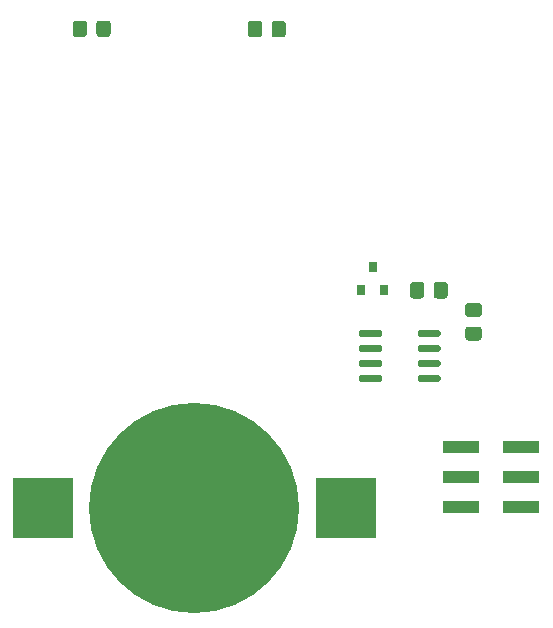
<source format=gbr>
%TF.GenerationSoftware,KiCad,Pcbnew,(5.1.7-0-10_14)*%
%TF.CreationDate,2020-10-21T09:07:25+08:00*%
%TF.ProjectId,HallowBadges,48616c6c-6f77-4426-9164-6765732e6b69,rev?*%
%TF.SameCoordinates,Original*%
%TF.FileFunction,Soldermask,Bot*%
%TF.FilePolarity,Negative*%
%FSLAX46Y46*%
G04 Gerber Fmt 4.6, Leading zero omitted, Abs format (unit mm)*
G04 Created by KiCad (PCBNEW (5.1.7-0-10_14)) date 2020-10-21 09:07:25*
%MOMM*%
%LPD*%
G01*
G04 APERTURE LIST*
%ADD10C,17.800000*%
%ADD11R,5.100000X5.100000*%
%ADD12R,3.150000X1.000000*%
%ADD13R,0.800000X0.900000*%
G04 APERTURE END LIST*
D10*
%TO.C,BT1*%
X134114540Y-110726220D03*
D11*
X121314540Y-110726220D03*
X146914540Y-110726220D03*
%TD*%
D12*
%TO.C,J1*%
X161762680Y-105595420D03*
X156712680Y-105595420D03*
X161762680Y-108135420D03*
X156712680Y-108135420D03*
X161762680Y-110675420D03*
X156712680Y-110675420D03*
%TD*%
D13*
%TO.C,Q1*%
X149199600Y-90313000D03*
X148249600Y-92313000D03*
X150149600Y-92313000D03*
%TD*%
%TO.C,R1*%
G36*
G01*
X140641020Y-70635281D02*
X140641020Y-69735279D01*
G75*
G02*
X140891019Y-69485280I249999J0D01*
G01*
X141591021Y-69485280D01*
G75*
G02*
X141841020Y-69735279I0J-249999D01*
G01*
X141841020Y-70635281D01*
G75*
G02*
X141591021Y-70885280I-249999J0D01*
G01*
X140891019Y-70885280D01*
G75*
G02*
X140641020Y-70635281I0J249999D01*
G01*
G37*
G36*
G01*
X138641020Y-70635281D02*
X138641020Y-69735279D01*
G75*
G02*
X138891019Y-69485280I249999J0D01*
G01*
X139591021Y-69485280D01*
G75*
G02*
X139841020Y-69735279I0J-249999D01*
G01*
X139841020Y-70635281D01*
G75*
G02*
X139591021Y-70885280I-249999J0D01*
G01*
X138891019Y-70885280D01*
G75*
G02*
X138641020Y-70635281I0J249999D01*
G01*
G37*
%TD*%
%TO.C,R2*%
G36*
G01*
X123812500Y-70607341D02*
X123812500Y-69707339D01*
G75*
G02*
X124062499Y-69457340I249999J0D01*
G01*
X124762501Y-69457340D01*
G75*
G02*
X125012500Y-69707339I0J-249999D01*
G01*
X125012500Y-70607341D01*
G75*
G02*
X124762501Y-70857340I-249999J0D01*
G01*
X124062499Y-70857340D01*
G75*
G02*
X123812500Y-70607341I0J249999D01*
G01*
G37*
G36*
G01*
X125812500Y-70607341D02*
X125812500Y-69707339D01*
G75*
G02*
X126062499Y-69457340I249999J0D01*
G01*
X126762501Y-69457340D01*
G75*
G02*
X127012500Y-69707339I0J-249999D01*
G01*
X127012500Y-70607341D01*
G75*
G02*
X126762501Y-70857340I-249999J0D01*
G01*
X126062499Y-70857340D01*
G75*
G02*
X125812500Y-70607341I0J249999D01*
G01*
G37*
%TD*%
%TO.C,R3*%
G36*
G01*
X157291619Y-95365520D02*
X158191621Y-95365520D01*
G75*
G02*
X158441620Y-95615519I0J-249999D01*
G01*
X158441620Y-96315521D01*
G75*
G02*
X158191621Y-96565520I-249999J0D01*
G01*
X157291619Y-96565520D01*
G75*
G02*
X157041620Y-96315521I0J249999D01*
G01*
X157041620Y-95615519D01*
G75*
G02*
X157291619Y-95365520I249999J0D01*
G01*
G37*
G36*
G01*
X157291619Y-93365520D02*
X158191621Y-93365520D01*
G75*
G02*
X158441620Y-93615519I0J-249999D01*
G01*
X158441620Y-94315521D01*
G75*
G02*
X158191621Y-94565520I-249999J0D01*
G01*
X157291619Y-94565520D01*
G75*
G02*
X157041620Y-94315521I0J249999D01*
G01*
X157041620Y-93615519D01*
G75*
G02*
X157291619Y-93365520I249999J0D01*
G01*
G37*
%TD*%
%TO.C,R4*%
G36*
G01*
X152367180Y-92745981D02*
X152367180Y-91845979D01*
G75*
G02*
X152617179Y-91595980I249999J0D01*
G01*
X153317181Y-91595980D01*
G75*
G02*
X153567180Y-91845979I0J-249999D01*
G01*
X153567180Y-92745981D01*
G75*
G02*
X153317181Y-92995980I-249999J0D01*
G01*
X152617179Y-92995980D01*
G75*
G02*
X152367180Y-92745981I0J249999D01*
G01*
G37*
G36*
G01*
X154367180Y-92745981D02*
X154367180Y-91845979D01*
G75*
G02*
X154617179Y-91595980I249999J0D01*
G01*
X155317181Y-91595980D01*
G75*
G02*
X155567180Y-91845979I0J-249999D01*
G01*
X155567180Y-92745981D01*
G75*
G02*
X155317181Y-92995980I-249999J0D01*
G01*
X154617179Y-92995980D01*
G75*
G02*
X154367180Y-92745981I0J249999D01*
G01*
G37*
%TD*%
%TO.C,U1*%
G36*
G01*
X153005920Y-99921200D02*
X153005920Y-99621200D01*
G75*
G02*
X153155920Y-99471200I150000J0D01*
G01*
X154805920Y-99471200D01*
G75*
G02*
X154955920Y-99621200I0J-150000D01*
G01*
X154955920Y-99921200D01*
G75*
G02*
X154805920Y-100071200I-150000J0D01*
G01*
X153155920Y-100071200D01*
G75*
G02*
X153005920Y-99921200I0J150000D01*
G01*
G37*
G36*
G01*
X153005920Y-98651200D02*
X153005920Y-98351200D01*
G75*
G02*
X153155920Y-98201200I150000J0D01*
G01*
X154805920Y-98201200D01*
G75*
G02*
X154955920Y-98351200I0J-150000D01*
G01*
X154955920Y-98651200D01*
G75*
G02*
X154805920Y-98801200I-150000J0D01*
G01*
X153155920Y-98801200D01*
G75*
G02*
X153005920Y-98651200I0J150000D01*
G01*
G37*
G36*
G01*
X153005920Y-97381200D02*
X153005920Y-97081200D01*
G75*
G02*
X153155920Y-96931200I150000J0D01*
G01*
X154805920Y-96931200D01*
G75*
G02*
X154955920Y-97081200I0J-150000D01*
G01*
X154955920Y-97381200D01*
G75*
G02*
X154805920Y-97531200I-150000J0D01*
G01*
X153155920Y-97531200D01*
G75*
G02*
X153005920Y-97381200I0J150000D01*
G01*
G37*
G36*
G01*
X153005920Y-96111200D02*
X153005920Y-95811200D01*
G75*
G02*
X153155920Y-95661200I150000J0D01*
G01*
X154805920Y-95661200D01*
G75*
G02*
X154955920Y-95811200I0J-150000D01*
G01*
X154955920Y-96111200D01*
G75*
G02*
X154805920Y-96261200I-150000J0D01*
G01*
X153155920Y-96261200D01*
G75*
G02*
X153005920Y-96111200I0J150000D01*
G01*
G37*
G36*
G01*
X148055920Y-96111200D02*
X148055920Y-95811200D01*
G75*
G02*
X148205920Y-95661200I150000J0D01*
G01*
X149855920Y-95661200D01*
G75*
G02*
X150005920Y-95811200I0J-150000D01*
G01*
X150005920Y-96111200D01*
G75*
G02*
X149855920Y-96261200I-150000J0D01*
G01*
X148205920Y-96261200D01*
G75*
G02*
X148055920Y-96111200I0J150000D01*
G01*
G37*
G36*
G01*
X148055920Y-97381200D02*
X148055920Y-97081200D01*
G75*
G02*
X148205920Y-96931200I150000J0D01*
G01*
X149855920Y-96931200D01*
G75*
G02*
X150005920Y-97081200I0J-150000D01*
G01*
X150005920Y-97381200D01*
G75*
G02*
X149855920Y-97531200I-150000J0D01*
G01*
X148205920Y-97531200D01*
G75*
G02*
X148055920Y-97381200I0J150000D01*
G01*
G37*
G36*
G01*
X148055920Y-98651200D02*
X148055920Y-98351200D01*
G75*
G02*
X148205920Y-98201200I150000J0D01*
G01*
X149855920Y-98201200D01*
G75*
G02*
X150005920Y-98351200I0J-150000D01*
G01*
X150005920Y-98651200D01*
G75*
G02*
X149855920Y-98801200I-150000J0D01*
G01*
X148205920Y-98801200D01*
G75*
G02*
X148055920Y-98651200I0J150000D01*
G01*
G37*
G36*
G01*
X148055920Y-99921200D02*
X148055920Y-99621200D01*
G75*
G02*
X148205920Y-99471200I150000J0D01*
G01*
X149855920Y-99471200D01*
G75*
G02*
X150005920Y-99621200I0J-150000D01*
G01*
X150005920Y-99921200D01*
G75*
G02*
X149855920Y-100071200I-150000J0D01*
G01*
X148205920Y-100071200D01*
G75*
G02*
X148055920Y-99921200I0J150000D01*
G01*
G37*
%TD*%
M02*

</source>
